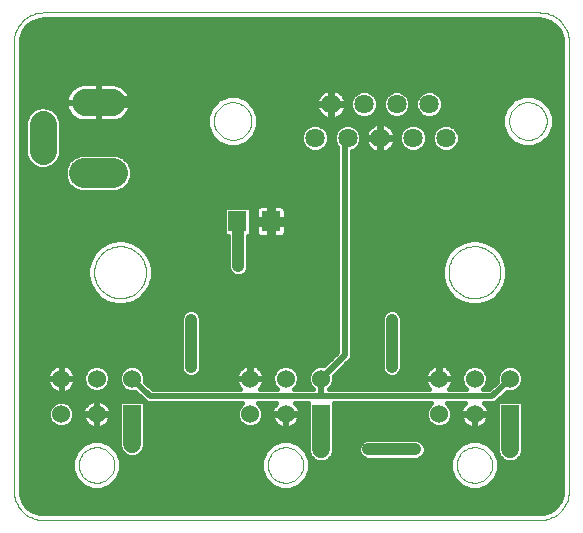
<source format=gbl>
G75*
G70*
%OFA0B0*%
%FSLAX24Y24*%
%IPPOS*%
%LPD*%
%AMOC8*
5,1,8,0,0,1.08239X$1,22.5*
%
%ADD10C,0.0000*%
%ADD11R,0.0602X0.0602*%
%ADD12C,0.0602*%
%ADD13C,0.0906*%
%ADD14C,0.0984*%
%ADD15C,0.0644*%
%ADD16R,0.0630X0.0710*%
%ADD17C,0.0591*%
%ADD18C,0.0297*%
%ADD19C,0.0394*%
%ADD20C,0.0197*%
%ADD21C,0.0160*%
D10*
X023010Y001186D02*
X023010Y016146D01*
X023012Y016208D01*
X023018Y016269D01*
X023027Y016330D01*
X023041Y016391D01*
X023058Y016450D01*
X023079Y016508D01*
X023104Y016565D01*
X023132Y016620D01*
X023163Y016673D01*
X023198Y016724D01*
X023236Y016773D01*
X023277Y016820D01*
X023320Y016863D01*
X023367Y016904D01*
X023416Y016942D01*
X023467Y016977D01*
X023520Y017008D01*
X023575Y017036D01*
X023632Y017061D01*
X023690Y017082D01*
X023749Y017099D01*
X023810Y017113D01*
X023871Y017122D01*
X023932Y017128D01*
X023994Y017130D01*
X023994Y017131D02*
X040529Y017131D01*
X040529Y017130D02*
X040591Y017128D01*
X040652Y017122D01*
X040713Y017113D01*
X040774Y017099D01*
X040833Y017082D01*
X040891Y017061D01*
X040948Y017036D01*
X041003Y017008D01*
X041056Y016977D01*
X041107Y016942D01*
X041156Y016904D01*
X041203Y016863D01*
X041246Y016820D01*
X041287Y016773D01*
X041325Y016724D01*
X041360Y016673D01*
X041391Y016620D01*
X041419Y016565D01*
X041444Y016508D01*
X041465Y016450D01*
X041482Y016391D01*
X041496Y016330D01*
X041505Y016269D01*
X041511Y016208D01*
X041513Y016146D01*
X041514Y016146D02*
X041514Y001186D01*
X041513Y001186D02*
X041511Y001124D01*
X041505Y001063D01*
X041496Y001002D01*
X041482Y000941D01*
X041465Y000882D01*
X041444Y000824D01*
X041419Y000767D01*
X041391Y000712D01*
X041360Y000659D01*
X041325Y000608D01*
X041287Y000559D01*
X041246Y000512D01*
X041203Y000469D01*
X041156Y000428D01*
X041107Y000390D01*
X041056Y000355D01*
X041003Y000324D01*
X040948Y000296D01*
X040891Y000271D01*
X040833Y000250D01*
X040774Y000233D01*
X040713Y000219D01*
X040652Y000210D01*
X040591Y000204D01*
X040529Y000202D01*
X023994Y000202D01*
X023932Y000204D01*
X023871Y000210D01*
X023810Y000219D01*
X023749Y000233D01*
X023690Y000250D01*
X023632Y000271D01*
X023575Y000296D01*
X023520Y000324D01*
X023467Y000355D01*
X023416Y000390D01*
X023367Y000428D01*
X023320Y000469D01*
X023277Y000512D01*
X023236Y000559D01*
X023198Y000608D01*
X023163Y000659D01*
X023132Y000712D01*
X023104Y000767D01*
X023079Y000824D01*
X023058Y000882D01*
X023041Y000941D01*
X023027Y001002D01*
X023018Y001063D01*
X023012Y001124D01*
X023010Y001186D01*
X025175Y002044D02*
X025177Y002092D01*
X025183Y002140D01*
X025193Y002187D01*
X025206Y002233D01*
X025224Y002278D01*
X025244Y002322D01*
X025269Y002364D01*
X025297Y002403D01*
X025327Y002440D01*
X025361Y002474D01*
X025398Y002506D01*
X025436Y002535D01*
X025477Y002560D01*
X025520Y002582D01*
X025565Y002600D01*
X025611Y002614D01*
X025658Y002625D01*
X025706Y002632D01*
X025754Y002635D01*
X025802Y002634D01*
X025850Y002629D01*
X025898Y002620D01*
X025944Y002608D01*
X025989Y002591D01*
X026033Y002571D01*
X026075Y002548D01*
X026115Y002521D01*
X026153Y002491D01*
X026188Y002458D01*
X026220Y002422D01*
X026250Y002384D01*
X026276Y002343D01*
X026298Y002300D01*
X026318Y002256D01*
X026333Y002211D01*
X026345Y002164D01*
X026353Y002116D01*
X026357Y002068D01*
X026357Y002020D01*
X026353Y001972D01*
X026345Y001924D01*
X026333Y001877D01*
X026318Y001832D01*
X026298Y001788D01*
X026276Y001745D01*
X026250Y001704D01*
X026220Y001666D01*
X026188Y001630D01*
X026153Y001597D01*
X026115Y001567D01*
X026075Y001540D01*
X026033Y001517D01*
X025989Y001497D01*
X025944Y001480D01*
X025898Y001468D01*
X025850Y001459D01*
X025802Y001454D01*
X025754Y001453D01*
X025706Y001456D01*
X025658Y001463D01*
X025611Y001474D01*
X025565Y001488D01*
X025520Y001506D01*
X025477Y001528D01*
X025436Y001553D01*
X025398Y001582D01*
X025361Y001614D01*
X025327Y001648D01*
X025297Y001685D01*
X025269Y001724D01*
X025244Y001766D01*
X025224Y001810D01*
X025206Y001855D01*
X025193Y001901D01*
X025183Y001948D01*
X025177Y001996D01*
X025175Y002044D01*
X031474Y002044D02*
X031476Y002092D01*
X031482Y002140D01*
X031492Y002187D01*
X031505Y002233D01*
X031523Y002278D01*
X031543Y002322D01*
X031568Y002364D01*
X031596Y002403D01*
X031626Y002440D01*
X031660Y002474D01*
X031697Y002506D01*
X031735Y002535D01*
X031776Y002560D01*
X031819Y002582D01*
X031864Y002600D01*
X031910Y002614D01*
X031957Y002625D01*
X032005Y002632D01*
X032053Y002635D01*
X032101Y002634D01*
X032149Y002629D01*
X032197Y002620D01*
X032243Y002608D01*
X032288Y002591D01*
X032332Y002571D01*
X032374Y002548D01*
X032414Y002521D01*
X032452Y002491D01*
X032487Y002458D01*
X032519Y002422D01*
X032549Y002384D01*
X032575Y002343D01*
X032597Y002300D01*
X032617Y002256D01*
X032632Y002211D01*
X032644Y002164D01*
X032652Y002116D01*
X032656Y002068D01*
X032656Y002020D01*
X032652Y001972D01*
X032644Y001924D01*
X032632Y001877D01*
X032617Y001832D01*
X032597Y001788D01*
X032575Y001745D01*
X032549Y001704D01*
X032519Y001666D01*
X032487Y001630D01*
X032452Y001597D01*
X032414Y001567D01*
X032374Y001540D01*
X032332Y001517D01*
X032288Y001497D01*
X032243Y001480D01*
X032197Y001468D01*
X032149Y001459D01*
X032101Y001454D01*
X032053Y001453D01*
X032005Y001456D01*
X031957Y001463D01*
X031910Y001474D01*
X031864Y001488D01*
X031819Y001506D01*
X031776Y001528D01*
X031735Y001553D01*
X031697Y001582D01*
X031660Y001614D01*
X031626Y001648D01*
X031596Y001685D01*
X031568Y001724D01*
X031543Y001766D01*
X031523Y001810D01*
X031505Y001855D01*
X031492Y001901D01*
X031482Y001948D01*
X031476Y001996D01*
X031474Y002044D01*
X037773Y002044D02*
X037775Y002092D01*
X037781Y002140D01*
X037791Y002187D01*
X037804Y002233D01*
X037822Y002278D01*
X037842Y002322D01*
X037867Y002364D01*
X037895Y002403D01*
X037925Y002440D01*
X037959Y002474D01*
X037996Y002506D01*
X038034Y002535D01*
X038075Y002560D01*
X038118Y002582D01*
X038163Y002600D01*
X038209Y002614D01*
X038256Y002625D01*
X038304Y002632D01*
X038352Y002635D01*
X038400Y002634D01*
X038448Y002629D01*
X038496Y002620D01*
X038542Y002608D01*
X038587Y002591D01*
X038631Y002571D01*
X038673Y002548D01*
X038713Y002521D01*
X038751Y002491D01*
X038786Y002458D01*
X038818Y002422D01*
X038848Y002384D01*
X038874Y002343D01*
X038896Y002300D01*
X038916Y002256D01*
X038931Y002211D01*
X038943Y002164D01*
X038951Y002116D01*
X038955Y002068D01*
X038955Y002020D01*
X038951Y001972D01*
X038943Y001924D01*
X038931Y001877D01*
X038916Y001832D01*
X038896Y001788D01*
X038874Y001745D01*
X038848Y001704D01*
X038818Y001666D01*
X038786Y001630D01*
X038751Y001597D01*
X038713Y001567D01*
X038673Y001540D01*
X038631Y001517D01*
X038587Y001497D01*
X038542Y001480D01*
X038496Y001468D01*
X038448Y001459D01*
X038400Y001454D01*
X038352Y001453D01*
X038304Y001456D01*
X038256Y001463D01*
X038209Y001474D01*
X038163Y001488D01*
X038118Y001506D01*
X038075Y001528D01*
X038034Y001553D01*
X037996Y001582D01*
X037959Y001614D01*
X037925Y001648D01*
X037895Y001685D01*
X037867Y001724D01*
X037842Y001766D01*
X037822Y001810D01*
X037804Y001855D01*
X037791Y001901D01*
X037781Y001948D01*
X037775Y001996D01*
X037773Y002044D01*
X037498Y008469D02*
X037500Y008527D01*
X037506Y008586D01*
X037516Y008643D01*
X037529Y008700D01*
X037547Y008756D01*
X037568Y008811D01*
X037593Y008863D01*
X037621Y008915D01*
X037653Y008964D01*
X037688Y009011D01*
X037726Y009055D01*
X037767Y009097D01*
X037811Y009136D01*
X037857Y009171D01*
X037906Y009204D01*
X037957Y009233D01*
X038009Y009259D01*
X038063Y009281D01*
X038119Y009300D01*
X038175Y009314D01*
X038233Y009325D01*
X038291Y009332D01*
X038349Y009335D01*
X038408Y009334D01*
X038466Y009329D01*
X038524Y009320D01*
X038581Y009307D01*
X038637Y009291D01*
X038692Y009270D01*
X038745Y009246D01*
X038797Y009219D01*
X038847Y009188D01*
X038894Y009154D01*
X038939Y009116D01*
X038982Y009076D01*
X039021Y009033D01*
X039058Y008987D01*
X039091Y008939D01*
X039121Y008889D01*
X039148Y008837D01*
X039171Y008783D01*
X039190Y008728D01*
X039206Y008672D01*
X039218Y008615D01*
X039226Y008557D01*
X039230Y008498D01*
X039230Y008440D01*
X039226Y008381D01*
X039218Y008323D01*
X039206Y008266D01*
X039190Y008210D01*
X039171Y008155D01*
X039148Y008101D01*
X039121Y008049D01*
X039091Y007999D01*
X039058Y007951D01*
X039021Y007905D01*
X038982Y007862D01*
X038939Y007822D01*
X038894Y007784D01*
X038847Y007750D01*
X038797Y007719D01*
X038745Y007692D01*
X038692Y007668D01*
X038637Y007647D01*
X038581Y007631D01*
X038524Y007618D01*
X038466Y007609D01*
X038408Y007604D01*
X038349Y007603D01*
X038291Y007606D01*
X038233Y007613D01*
X038175Y007624D01*
X038119Y007638D01*
X038063Y007657D01*
X038009Y007679D01*
X037957Y007705D01*
X037906Y007734D01*
X037857Y007767D01*
X037811Y007802D01*
X037767Y007841D01*
X037726Y007883D01*
X037688Y007927D01*
X037653Y007974D01*
X037621Y008023D01*
X037593Y008075D01*
X037568Y008127D01*
X037547Y008182D01*
X037529Y008238D01*
X037516Y008295D01*
X037506Y008352D01*
X037500Y008411D01*
X037498Y008469D01*
X039516Y013511D02*
X039518Y013561D01*
X039524Y013610D01*
X039534Y013659D01*
X039547Y013707D01*
X039565Y013753D01*
X039586Y013799D01*
X039611Y013842D01*
X039638Y013883D01*
X039670Y013922D01*
X039704Y013958D01*
X039741Y013991D01*
X039780Y014022D01*
X039822Y014049D01*
X039866Y014073D01*
X039911Y014093D01*
X039958Y014109D01*
X040006Y014122D01*
X040055Y014131D01*
X040105Y014136D01*
X040154Y014137D01*
X040204Y014134D01*
X040253Y014127D01*
X040302Y014116D01*
X040350Y014102D01*
X040396Y014083D01*
X040441Y014061D01*
X040483Y014036D01*
X040524Y014007D01*
X040562Y013975D01*
X040598Y013940D01*
X040630Y013903D01*
X040660Y013863D01*
X040686Y013820D01*
X040709Y013776D01*
X040728Y013730D01*
X040744Y013683D01*
X040756Y013635D01*
X040764Y013586D01*
X040768Y013536D01*
X040768Y013486D01*
X040764Y013436D01*
X040756Y013387D01*
X040744Y013339D01*
X040728Y013292D01*
X040709Y013246D01*
X040686Y013202D01*
X040660Y013159D01*
X040630Y013119D01*
X040598Y013082D01*
X040562Y013047D01*
X040524Y013015D01*
X040483Y012986D01*
X040441Y012961D01*
X040396Y012939D01*
X040350Y012920D01*
X040302Y012906D01*
X040253Y012895D01*
X040204Y012888D01*
X040154Y012885D01*
X040105Y012886D01*
X040055Y012891D01*
X040006Y012900D01*
X039958Y012913D01*
X039911Y012929D01*
X039866Y012949D01*
X039822Y012973D01*
X039780Y013000D01*
X039741Y013031D01*
X039704Y013064D01*
X039670Y013100D01*
X039638Y013139D01*
X039611Y013180D01*
X039586Y013223D01*
X039565Y013269D01*
X039547Y013315D01*
X039534Y013363D01*
X039524Y013412D01*
X039518Y013461D01*
X039516Y013511D01*
X029677Y013511D02*
X029679Y013561D01*
X029685Y013610D01*
X029695Y013659D01*
X029708Y013707D01*
X029726Y013753D01*
X029747Y013799D01*
X029772Y013842D01*
X029799Y013883D01*
X029831Y013922D01*
X029865Y013958D01*
X029902Y013991D01*
X029941Y014022D01*
X029983Y014049D01*
X030027Y014073D01*
X030072Y014093D01*
X030119Y014109D01*
X030167Y014122D01*
X030216Y014131D01*
X030266Y014136D01*
X030315Y014137D01*
X030365Y014134D01*
X030414Y014127D01*
X030463Y014116D01*
X030511Y014102D01*
X030557Y014083D01*
X030602Y014061D01*
X030644Y014036D01*
X030685Y014007D01*
X030723Y013975D01*
X030759Y013940D01*
X030791Y013903D01*
X030821Y013863D01*
X030847Y013820D01*
X030870Y013776D01*
X030889Y013730D01*
X030905Y013683D01*
X030917Y013635D01*
X030925Y013586D01*
X030929Y013536D01*
X030929Y013486D01*
X030925Y013436D01*
X030917Y013387D01*
X030905Y013339D01*
X030889Y013292D01*
X030870Y013246D01*
X030847Y013202D01*
X030821Y013159D01*
X030791Y013119D01*
X030759Y013082D01*
X030723Y013047D01*
X030685Y013015D01*
X030644Y012986D01*
X030602Y012961D01*
X030557Y012939D01*
X030511Y012920D01*
X030463Y012906D01*
X030414Y012895D01*
X030365Y012888D01*
X030315Y012885D01*
X030266Y012886D01*
X030216Y012891D01*
X030167Y012900D01*
X030119Y012913D01*
X030072Y012929D01*
X030027Y012949D01*
X029983Y012973D01*
X029941Y013000D01*
X029902Y013031D01*
X029865Y013064D01*
X029831Y013100D01*
X029799Y013139D01*
X029772Y013180D01*
X029747Y013223D01*
X029726Y013269D01*
X029708Y013315D01*
X029695Y013363D01*
X029685Y013412D01*
X029679Y013461D01*
X029677Y013511D01*
X026413Y013896D02*
X025232Y013896D01*
X025232Y014369D01*
X026413Y014369D01*
X026413Y013896D01*
X024209Y013542D02*
X023736Y013542D01*
X023736Y012361D01*
X024209Y012361D01*
X024209Y013542D01*
X025075Y012007D02*
X025075Y011534D01*
X026531Y011534D01*
X026531Y012007D01*
X025075Y012007D01*
X025687Y008469D02*
X025689Y008527D01*
X025695Y008586D01*
X025705Y008643D01*
X025718Y008700D01*
X025736Y008756D01*
X025757Y008811D01*
X025782Y008863D01*
X025810Y008915D01*
X025842Y008964D01*
X025877Y009011D01*
X025915Y009055D01*
X025956Y009097D01*
X026000Y009136D01*
X026046Y009171D01*
X026095Y009204D01*
X026146Y009233D01*
X026198Y009259D01*
X026252Y009281D01*
X026308Y009300D01*
X026364Y009314D01*
X026422Y009325D01*
X026480Y009332D01*
X026538Y009335D01*
X026597Y009334D01*
X026655Y009329D01*
X026713Y009320D01*
X026770Y009307D01*
X026826Y009291D01*
X026881Y009270D01*
X026934Y009246D01*
X026986Y009219D01*
X027036Y009188D01*
X027083Y009154D01*
X027128Y009116D01*
X027171Y009076D01*
X027210Y009033D01*
X027247Y008987D01*
X027280Y008939D01*
X027310Y008889D01*
X027337Y008837D01*
X027360Y008783D01*
X027379Y008728D01*
X027395Y008672D01*
X027407Y008615D01*
X027415Y008557D01*
X027419Y008498D01*
X027419Y008440D01*
X027415Y008381D01*
X027407Y008323D01*
X027395Y008266D01*
X027379Y008210D01*
X027360Y008155D01*
X027337Y008101D01*
X027310Y008049D01*
X027280Y007999D01*
X027247Y007951D01*
X027210Y007905D01*
X027171Y007862D01*
X027128Y007822D01*
X027083Y007784D01*
X027036Y007750D01*
X026986Y007719D01*
X026934Y007692D01*
X026881Y007668D01*
X026826Y007647D01*
X026770Y007631D01*
X026713Y007618D01*
X026655Y007609D01*
X026597Y007604D01*
X026538Y007603D01*
X026480Y007606D01*
X026422Y007613D01*
X026364Y007624D01*
X026308Y007638D01*
X026252Y007657D01*
X026198Y007679D01*
X026146Y007705D01*
X026095Y007734D01*
X026046Y007767D01*
X026000Y007802D01*
X025956Y007841D01*
X025915Y007883D01*
X025877Y007927D01*
X025842Y007974D01*
X025810Y008023D01*
X025782Y008075D01*
X025757Y008127D01*
X025736Y008182D01*
X025718Y008238D01*
X025705Y008295D01*
X025695Y008352D01*
X025689Y008411D01*
X025687Y008469D01*
D11*
X026947Y003745D03*
X033246Y003745D03*
X039545Y003745D03*
D12*
X038364Y003745D03*
X037183Y003745D03*
X037183Y004926D03*
X038364Y004926D03*
X039545Y004926D03*
X033246Y004926D03*
X032065Y004926D03*
X030884Y004926D03*
X030884Y003745D03*
X032065Y003745D03*
X026947Y004926D03*
X025766Y004926D03*
X024585Y004926D03*
X024585Y003745D03*
X025766Y003745D03*
D13*
X023972Y012499D02*
X023972Y013404D01*
X025370Y014133D02*
X026276Y014133D01*
D14*
X026315Y011770D02*
X025331Y011770D01*
D15*
X033041Y012952D03*
X034132Y012952D03*
X035222Y012952D03*
X036313Y012952D03*
X037403Y012952D03*
X036858Y014070D03*
X035768Y014070D03*
X034677Y014070D03*
X033587Y014070D03*
D16*
X031577Y010166D03*
X030458Y010166D03*
D17*
X033246Y003745D02*
X033246Y002564D01*
X039545Y002564D02*
X039545Y003745D01*
X026947Y003745D02*
X026947Y002761D01*
D18*
X028915Y005320D03*
X028915Y006894D03*
X030490Y008666D03*
X035608Y006894D03*
X035608Y005320D03*
X034821Y002564D03*
X036396Y002564D03*
D19*
X034821Y002564D01*
X035608Y005320D02*
X035608Y006894D01*
X030490Y008666D02*
X030490Y010134D01*
X030458Y010166D01*
X028915Y006894D02*
X028915Y005320D01*
X027340Y013981D02*
X027340Y014133D01*
X025823Y014133D01*
D20*
X034033Y012853D02*
X034033Y005713D01*
X033246Y004926D01*
X033246Y004335D01*
X038955Y004335D01*
X039545Y004926D01*
X033246Y004335D02*
X027537Y004335D01*
X026947Y004926D01*
X034033Y012853D02*
X034132Y012952D01*
D21*
X033795Y012635D02*
X033740Y012690D01*
X033670Y012860D01*
X033670Y013043D01*
X033740Y013213D01*
X033870Y013343D01*
X034040Y013413D01*
X034224Y013413D01*
X034393Y013343D01*
X034523Y013213D01*
X034594Y013043D01*
X034594Y012860D01*
X034523Y012690D01*
X034393Y012560D01*
X034272Y012510D01*
X034272Y005812D01*
X034272Y005615D01*
X033682Y005025D01*
X033687Y005014D01*
X033687Y004838D01*
X033620Y004676D01*
X033518Y004574D01*
X036855Y004574D01*
X036816Y004613D01*
X036771Y004674D01*
X036737Y004741D01*
X036714Y004813D01*
X036702Y004888D01*
X036702Y004906D01*
X037162Y004906D01*
X037162Y004946D01*
X036702Y004946D01*
X036702Y004964D01*
X036714Y005039D01*
X036737Y005111D01*
X036771Y005178D01*
X036816Y005239D01*
X036870Y005293D01*
X036931Y005337D01*
X036998Y005372D01*
X037070Y005395D01*
X037145Y005407D01*
X037163Y005407D01*
X037163Y004947D01*
X037203Y004947D01*
X037203Y005407D01*
X037221Y005407D01*
X037296Y005395D01*
X037368Y005372D01*
X037435Y005337D01*
X037496Y005293D01*
X037550Y005239D01*
X037594Y005178D01*
X037629Y005111D01*
X037652Y005039D01*
X037664Y004964D01*
X037664Y004946D01*
X037204Y004946D01*
X037204Y004906D01*
X037664Y004906D01*
X037664Y004888D01*
X037652Y004813D01*
X037629Y004741D01*
X037594Y004674D01*
X037550Y004613D01*
X037511Y004574D01*
X038092Y004574D01*
X037990Y004676D01*
X037923Y004838D01*
X037923Y005014D01*
X037990Y005176D01*
X038114Y005300D01*
X038276Y005367D01*
X038452Y005367D01*
X038614Y005300D01*
X038738Y005176D01*
X038805Y005014D01*
X038805Y004838D01*
X038738Y004676D01*
X038636Y004574D01*
X038856Y004574D01*
X039109Y004827D01*
X039104Y004838D01*
X039104Y005014D01*
X039171Y005176D01*
X039295Y005300D01*
X039457Y005367D01*
X039633Y005367D01*
X039795Y005300D01*
X039919Y005176D01*
X039986Y005014D01*
X039986Y004838D01*
X039919Y004676D01*
X039795Y004552D01*
X039633Y004485D01*
X039457Y004485D01*
X039446Y004490D01*
X039053Y004097D01*
X038856Y004097D01*
X038692Y004097D01*
X038731Y004058D01*
X038776Y003997D01*
X038810Y003930D01*
X038833Y003858D01*
X038845Y003783D01*
X038845Y003765D01*
X038385Y003765D01*
X038385Y003724D01*
X038845Y003724D01*
X038845Y003707D01*
X038833Y003632D01*
X038810Y003560D01*
X038776Y003493D01*
X038731Y003431D01*
X038678Y003378D01*
X038616Y003333D01*
X038549Y003299D01*
X038477Y003276D01*
X038402Y003264D01*
X038384Y003264D01*
X038384Y003724D01*
X038344Y003724D01*
X038344Y003264D01*
X038326Y003264D01*
X038251Y003276D01*
X038179Y003299D01*
X038112Y003333D01*
X038051Y003378D01*
X037997Y003431D01*
X037953Y003493D01*
X037918Y003560D01*
X037895Y003632D01*
X037883Y003707D01*
X037883Y003724D01*
X038343Y003724D01*
X038343Y003765D01*
X037883Y003765D01*
X037883Y003783D01*
X037895Y003858D01*
X037918Y003930D01*
X037953Y003997D01*
X037997Y004058D01*
X038036Y004097D01*
X037455Y004097D01*
X037557Y003995D01*
X037624Y003833D01*
X037624Y003657D01*
X037557Y003495D01*
X037433Y003371D01*
X037271Y003304D01*
X037095Y003304D01*
X036933Y003371D01*
X036809Y003495D01*
X036742Y003657D01*
X036742Y003833D01*
X036809Y003995D01*
X036911Y004097D01*
X033687Y004097D01*
X033687Y003386D01*
X033681Y003380D01*
X033681Y002477D01*
X033615Y002317D01*
X033493Y002195D01*
X033333Y002129D01*
X033159Y002129D01*
X032999Y002195D01*
X032877Y002317D01*
X032811Y002477D01*
X032811Y003380D01*
X032805Y003386D01*
X032805Y004097D01*
X032393Y004097D01*
X032432Y004058D01*
X032476Y003997D01*
X032511Y003930D01*
X032534Y003858D01*
X032546Y003783D01*
X032546Y003765D01*
X032086Y003765D01*
X032086Y003724D01*
X032546Y003724D01*
X032546Y003707D01*
X032534Y003632D01*
X032511Y003560D01*
X032476Y003493D01*
X032432Y003431D01*
X032378Y003378D01*
X032317Y003333D01*
X032250Y003299D01*
X032178Y003276D01*
X032103Y003264D01*
X032085Y003264D01*
X032085Y003724D01*
X032044Y003724D01*
X032044Y003264D01*
X032027Y003264D01*
X031952Y003276D01*
X031880Y003299D01*
X031813Y003333D01*
X031751Y003378D01*
X031698Y003431D01*
X031653Y003493D01*
X031619Y003560D01*
X031596Y003632D01*
X031584Y003707D01*
X031584Y003724D01*
X032044Y003724D01*
X032044Y003765D01*
X031584Y003765D01*
X031584Y003783D01*
X031596Y003858D01*
X031619Y003930D01*
X031653Y003997D01*
X031698Y004058D01*
X031737Y004097D01*
X031155Y004097D01*
X031258Y003995D01*
X031325Y003833D01*
X031325Y003657D01*
X031258Y003495D01*
X031134Y003371D01*
X030972Y003304D01*
X030796Y003304D01*
X030634Y003371D01*
X030510Y003495D01*
X030443Y003657D01*
X030443Y003833D01*
X030510Y003995D01*
X030612Y004097D01*
X027439Y004097D01*
X027299Y004237D01*
X027046Y004490D01*
X027035Y004485D01*
X026859Y004485D01*
X026697Y004552D01*
X026573Y004676D01*
X026506Y004838D01*
X026506Y005014D01*
X026573Y005176D01*
X026697Y005300D01*
X026859Y005367D01*
X027035Y005367D01*
X027197Y005300D01*
X027321Y005176D01*
X027388Y005014D01*
X027388Y004838D01*
X027383Y004827D01*
X027636Y004574D01*
X030555Y004574D01*
X030517Y004613D01*
X030472Y004674D01*
X030438Y004741D01*
X030414Y004813D01*
X030403Y004888D01*
X030403Y004906D01*
X030863Y004906D01*
X030863Y004946D01*
X030403Y004946D01*
X030403Y004964D01*
X030414Y005039D01*
X030438Y005111D01*
X030472Y005178D01*
X030517Y005239D01*
X030570Y005293D01*
X030632Y005337D01*
X030699Y005372D01*
X030771Y005395D01*
X030846Y005407D01*
X030863Y005407D01*
X030863Y004947D01*
X030904Y004947D01*
X030904Y005407D01*
X030922Y005407D01*
X030996Y005395D01*
X031068Y005372D01*
X031136Y005337D01*
X031197Y005293D01*
X031251Y005239D01*
X031295Y005178D01*
X031330Y005111D01*
X031353Y005039D01*
X031365Y004964D01*
X031365Y004946D01*
X030904Y004946D01*
X030904Y004906D01*
X031365Y004906D01*
X031365Y004888D01*
X031353Y004813D01*
X031330Y004741D01*
X031295Y004674D01*
X031251Y004613D01*
X031212Y004574D01*
X031793Y004574D01*
X031691Y004676D01*
X031624Y004838D01*
X031624Y005014D01*
X031691Y005176D01*
X031815Y005300D01*
X031977Y005367D01*
X032153Y005367D01*
X032315Y005300D01*
X032439Y005176D01*
X032506Y005014D01*
X032506Y004838D01*
X032439Y004676D01*
X032337Y004574D01*
X032974Y004574D01*
X032872Y004676D01*
X032805Y004838D01*
X032805Y005014D01*
X032872Y005176D01*
X032996Y005300D01*
X033158Y005367D01*
X033334Y005367D01*
X033345Y005362D01*
X033795Y005812D01*
X033795Y012635D01*
X033795Y012568D02*
X033311Y012568D01*
X033303Y012560D02*
X033433Y012690D01*
X033503Y012860D01*
X033503Y013043D01*
X033433Y013213D01*
X033303Y013343D01*
X033133Y013413D01*
X032949Y013413D01*
X032780Y013343D01*
X032650Y013213D01*
X032579Y013043D01*
X032579Y012860D01*
X032650Y012690D01*
X032780Y012560D01*
X032949Y012490D01*
X033133Y012490D01*
X033303Y012560D01*
X033448Y012726D02*
X033725Y012726D01*
X033670Y012885D02*
X033503Y012885D01*
X033503Y013044D02*
X033670Y013044D01*
X033736Y013202D02*
X033437Y013202D01*
X033260Y013361D02*
X033913Y013361D01*
X033779Y013605D02*
X033850Y013640D01*
X033913Y013687D01*
X033969Y013743D01*
X034016Y013807D01*
X034052Y013877D01*
X034076Y013952D01*
X034088Y014030D01*
X034088Y014042D01*
X033614Y014042D01*
X033614Y013568D01*
X033626Y013568D01*
X033704Y013580D01*
X033779Y013605D01*
X033901Y013678D02*
X034416Y013678D01*
X034415Y013678D02*
X034585Y013608D01*
X034769Y013608D01*
X034939Y013678D01*
X035069Y013808D01*
X035139Y013978D01*
X035139Y014162D01*
X035069Y014331D01*
X034939Y014461D01*
X034769Y014531D01*
X034585Y014531D01*
X034415Y014461D01*
X034286Y014331D01*
X034215Y014162D01*
X034215Y013978D01*
X034286Y013808D01*
X034415Y013678D01*
X034274Y013836D02*
X034031Y013836D01*
X034083Y013995D02*
X034215Y013995D01*
X034215Y014153D02*
X034081Y014153D01*
X034076Y014187D02*
X034052Y014262D01*
X034016Y014333D01*
X033969Y014397D01*
X033913Y014452D01*
X033850Y014499D01*
X033779Y014535D01*
X033704Y014559D01*
X033626Y014571D01*
X033614Y014571D01*
X033614Y014097D01*
X034088Y014097D01*
X034088Y014109D01*
X034076Y014187D01*
X034026Y014312D02*
X034278Y014312D01*
X034438Y014470D02*
X033889Y014470D01*
X033614Y014470D02*
X033559Y014470D01*
X033559Y014571D02*
X033547Y014571D01*
X033469Y014559D01*
X033394Y014535D01*
X033324Y014499D01*
X033260Y014452D01*
X033204Y014397D01*
X033157Y014333D01*
X033121Y014262D01*
X033097Y014187D01*
X033085Y014109D01*
X033085Y014097D01*
X033559Y014097D01*
X033559Y014042D01*
X033614Y014042D01*
X033614Y014097D01*
X033559Y014097D01*
X033559Y014571D01*
X033559Y014312D02*
X033614Y014312D01*
X033614Y014153D02*
X033559Y014153D01*
X033559Y014042D02*
X033085Y014042D01*
X033085Y014030D01*
X033097Y013952D01*
X033121Y013877D01*
X033157Y013807D01*
X033204Y013743D01*
X033260Y013687D01*
X033324Y013640D01*
X033394Y013605D01*
X033469Y013580D01*
X033547Y013568D01*
X033559Y013568D01*
X033559Y014042D01*
X033559Y013995D02*
X033614Y013995D01*
X033614Y013836D02*
X033559Y013836D01*
X033559Y013678D02*
X033614Y013678D01*
X033272Y013678D02*
X031159Y013678D01*
X031159Y013681D02*
X031029Y013995D01*
X033090Y013995D01*
X033092Y014153D02*
X030871Y014153D01*
X030788Y014236D02*
X031029Y013995D01*
X031095Y013836D02*
X033142Y013836D01*
X032822Y013361D02*
X031159Y013361D01*
X031159Y013340D02*
X031029Y013026D01*
X030788Y012785D01*
X030473Y012655D01*
X030133Y012655D01*
X029818Y012785D01*
X029577Y013026D01*
X029447Y013340D01*
X029447Y013681D01*
X029577Y013995D01*
X026894Y013995D01*
X026893Y013984D02*
X026908Y014083D01*
X026908Y014112D01*
X026643Y014112D01*
X026643Y014153D01*
X026908Y014153D01*
X026908Y014182D01*
X026893Y014281D01*
X026862Y014376D01*
X026817Y014464D01*
X026758Y014545D01*
X026688Y014615D01*
X026607Y014674D01*
X026518Y014719D01*
X026424Y014750D01*
X026325Y014765D01*
X025843Y014765D01*
X025843Y014599D01*
X025802Y014599D01*
X025802Y014765D01*
X025320Y014765D01*
X025222Y014750D01*
X025127Y014719D01*
X025038Y014674D01*
X024958Y014615D01*
X024887Y014545D01*
X024829Y014464D01*
X024784Y014376D01*
X024753Y014281D01*
X024737Y014182D01*
X024737Y014153D01*
X025002Y014153D01*
X025002Y014112D01*
X024737Y014112D01*
X024737Y014083D01*
X024753Y013984D01*
X024784Y013890D01*
X024829Y013801D01*
X024887Y013720D01*
X024958Y013650D01*
X025038Y013591D01*
X025127Y013546D01*
X025222Y013516D01*
X025320Y013500D01*
X025802Y013500D01*
X025802Y013666D01*
X025843Y013666D01*
X025843Y013500D01*
X026325Y013500D01*
X026424Y013516D01*
X026518Y013546D01*
X026607Y013591D01*
X026688Y013650D01*
X026758Y013720D01*
X026817Y013801D01*
X026862Y013890D01*
X026893Y013984D01*
X026835Y013836D02*
X029511Y013836D01*
X029447Y013678D02*
X026715Y013678D01*
X026435Y013519D02*
X029447Y013519D01*
X029447Y013361D02*
X024565Y013361D01*
X024565Y013519D02*
X025210Y013519D01*
X024930Y013678D02*
X024501Y013678D01*
X024475Y013740D02*
X024308Y013907D01*
X024090Y013997D01*
X023854Y013997D01*
X023637Y013907D01*
X023470Y013740D01*
X023380Y013522D01*
X023380Y012381D01*
X023470Y012163D01*
X023637Y011996D01*
X023854Y011906D01*
X024090Y011906D01*
X024308Y011996D01*
X024475Y012163D01*
X024565Y012381D01*
X024565Y013522D01*
X024475Y013740D01*
X024379Y013836D02*
X024811Y013836D01*
X024751Y013995D02*
X024096Y013995D01*
X023849Y013995D02*
X023240Y013995D01*
X023240Y014153D02*
X024737Y014153D01*
X024763Y014312D02*
X023240Y014312D01*
X023240Y014470D02*
X024833Y014470D01*
X024977Y014629D02*
X023240Y014629D01*
X023240Y014788D02*
X041284Y014788D01*
X041284Y014946D02*
X023240Y014946D01*
X023240Y015105D02*
X041284Y015105D01*
X041284Y015263D02*
X023240Y015263D01*
X023240Y015422D02*
X041284Y015422D01*
X041284Y015580D02*
X023240Y015580D01*
X023240Y015739D02*
X041284Y015739D01*
X041284Y015897D02*
X023240Y015897D01*
X023240Y016056D02*
X041284Y016056D01*
X041284Y016051D02*
X041284Y001186D01*
X041274Y001068D01*
X041201Y000843D01*
X041063Y000652D01*
X040872Y000514D01*
X040647Y000441D01*
X040529Y000432D01*
X040462Y000432D01*
X040434Y000432D01*
X023994Y000432D01*
X023876Y000441D01*
X023652Y000514D01*
X023461Y000652D01*
X023322Y000843D01*
X023249Y001068D01*
X023240Y001186D01*
X023240Y001226D01*
X023240Y001281D01*
X023240Y016146D01*
X023249Y016264D01*
X023322Y016489D01*
X023461Y016680D01*
X023652Y016819D01*
X023876Y016891D01*
X023994Y016901D01*
X040529Y016901D01*
X040647Y016891D01*
X040872Y016819D01*
X041063Y016680D01*
X041201Y016489D01*
X041274Y016264D01*
X041284Y016146D01*
X041284Y016070D01*
X041284Y016051D01*
X041278Y016214D02*
X023245Y016214D01*
X023284Y016373D02*
X041239Y016373D01*
X041170Y016532D02*
X023353Y016532D01*
X023475Y016690D02*
X041049Y016690D01*
X040779Y016849D02*
X023744Y016849D01*
X025802Y014629D02*
X025843Y014629D01*
X026669Y014629D02*
X041284Y014629D01*
X041284Y014470D02*
X037097Y014470D01*
X037120Y014461D02*
X036950Y014531D01*
X036766Y014531D01*
X036597Y014461D01*
X036467Y014331D01*
X036396Y014162D01*
X036396Y013978D01*
X036467Y013808D01*
X036597Y013678D01*
X036766Y013608D01*
X036950Y013608D01*
X037120Y013678D01*
X037250Y013808D01*
X037320Y013978D01*
X037320Y014162D01*
X037250Y014331D01*
X037120Y014461D01*
X037258Y014312D02*
X039839Y014312D01*
X039971Y014367D02*
X039657Y014236D01*
X039416Y013995D01*
X037320Y013995D01*
X037320Y014153D02*
X039574Y014153D01*
X039416Y013995D02*
X039286Y013681D01*
X039286Y013340D01*
X039416Y013026D01*
X039657Y012785D01*
X039971Y012655D01*
X040312Y012655D01*
X040626Y012785D01*
X040867Y013026D01*
X040998Y013340D01*
X040998Y013681D01*
X040867Y013995D01*
X040626Y014236D01*
X040312Y014367D01*
X039971Y014367D01*
X040444Y014312D02*
X041284Y014312D01*
X041284Y014153D02*
X040709Y014153D01*
X040868Y013995D02*
X041284Y013995D01*
X041284Y013836D02*
X040933Y013836D01*
X040998Y013678D02*
X041284Y013678D01*
X041284Y013519D02*
X040998Y013519D01*
X040998Y013361D02*
X041284Y013361D01*
X041284Y013202D02*
X040940Y013202D01*
X040875Y013044D02*
X041284Y013044D01*
X041284Y012885D02*
X040727Y012885D01*
X040485Y012726D02*
X041284Y012726D01*
X041284Y012568D02*
X037673Y012568D01*
X037665Y012560D02*
X037795Y012690D01*
X037865Y012860D01*
X037865Y013043D01*
X037795Y013213D01*
X037665Y013343D01*
X037495Y013413D01*
X037312Y013413D01*
X037142Y013343D01*
X037012Y013213D01*
X036942Y013043D01*
X036942Y012860D01*
X037012Y012690D01*
X037142Y012560D01*
X037312Y012490D01*
X037495Y012490D01*
X037665Y012560D01*
X037810Y012726D02*
X039798Y012726D01*
X039557Y012885D02*
X037865Y012885D01*
X037865Y013044D02*
X039409Y013044D01*
X039343Y013202D02*
X037800Y013202D01*
X037623Y013361D02*
X039286Y013361D01*
X039286Y013519D02*
X031159Y013519D01*
X031159Y013681D02*
X031159Y013340D01*
X031102Y013202D02*
X032645Y013202D01*
X032579Y013044D02*
X031036Y013044D01*
X030888Y012885D02*
X032579Y012885D01*
X032635Y012726D02*
X030647Y012726D01*
X029959Y012726D02*
X024565Y012726D01*
X024565Y012568D02*
X032772Y012568D01*
X033795Y012409D02*
X024565Y012409D01*
X024511Y012251D02*
X024917Y012251D01*
X024973Y012306D02*
X024795Y012129D01*
X024699Y011896D01*
X024699Y011645D01*
X024795Y011412D01*
X024973Y011235D01*
X025205Y011138D01*
X026441Y011138D01*
X026673Y011235D01*
X026851Y011412D01*
X026947Y011645D01*
X026947Y011896D01*
X026851Y012129D01*
X026673Y012306D01*
X026441Y012403D01*
X025205Y012403D01*
X024973Y012306D01*
X024780Y012092D02*
X024404Y012092D01*
X024157Y011934D02*
X024714Y011934D01*
X024699Y011775D02*
X023240Y011775D01*
X023240Y011617D02*
X024710Y011617D01*
X024776Y011458D02*
X023240Y011458D01*
X023240Y011300D02*
X024908Y011300D01*
X025198Y011141D02*
X023240Y011141D01*
X023240Y010983D02*
X033795Y010983D01*
X033795Y011141D02*
X026447Y011141D01*
X026738Y011300D02*
X033795Y011300D01*
X033795Y011458D02*
X026870Y011458D01*
X026935Y011617D02*
X033795Y011617D01*
X033795Y011775D02*
X026947Y011775D01*
X026931Y011934D02*
X033795Y011934D01*
X033795Y012092D02*
X026866Y012092D01*
X026728Y012251D02*
X033795Y012251D01*
X034272Y012251D02*
X041284Y012251D01*
X041284Y012409D02*
X034272Y012409D01*
X034401Y012568D02*
X034897Y012568D01*
X034895Y012569D02*
X034959Y012522D01*
X035030Y012486D01*
X035105Y012462D01*
X035183Y012450D01*
X035195Y012450D01*
X035195Y012924D01*
X035250Y012924D01*
X035250Y012979D01*
X035724Y012979D01*
X035724Y012991D01*
X035712Y013069D01*
X035687Y013144D01*
X035652Y013215D01*
X035605Y013278D01*
X035549Y013334D01*
X035485Y013381D01*
X035415Y013417D01*
X035340Y013441D01*
X035262Y013453D01*
X035250Y013453D01*
X035250Y012979D01*
X035195Y012979D01*
X035195Y013453D01*
X035183Y013453D01*
X035105Y013441D01*
X035030Y013417D01*
X034959Y013381D01*
X034895Y013334D01*
X034840Y013278D01*
X034793Y013215D01*
X034757Y013144D01*
X034733Y013069D01*
X034721Y012991D01*
X034721Y012979D01*
X035195Y012979D01*
X035195Y012924D01*
X034721Y012924D01*
X034721Y012912D01*
X034733Y012834D01*
X034757Y012759D01*
X034793Y012689D01*
X034840Y012625D01*
X034895Y012569D01*
X034774Y012726D02*
X034538Y012726D01*
X034594Y012885D02*
X034725Y012885D01*
X034729Y013044D02*
X034594Y013044D01*
X034528Y013202D02*
X034787Y013202D01*
X034932Y013361D02*
X034351Y013361D01*
X034938Y013678D02*
X035507Y013678D01*
X035506Y013678D02*
X035676Y013608D01*
X035859Y013608D01*
X036029Y013678D01*
X036159Y013808D01*
X036229Y013978D01*
X036229Y014162D01*
X036159Y014331D01*
X036029Y014461D01*
X035859Y014531D01*
X035676Y014531D01*
X035506Y014461D01*
X035376Y014331D01*
X035306Y014162D01*
X035306Y013978D01*
X035376Y013808D01*
X035506Y013678D01*
X035364Y013836D02*
X035080Y013836D01*
X035139Y013995D02*
X035306Y013995D01*
X035306Y014153D02*
X035139Y014153D01*
X035077Y014312D02*
X035368Y014312D01*
X035528Y014470D02*
X034916Y014470D01*
X036007Y014470D02*
X036619Y014470D01*
X036459Y014312D02*
X036167Y014312D01*
X036229Y014153D02*
X036396Y014153D01*
X036396Y013995D02*
X036229Y013995D01*
X036171Y013836D02*
X036455Y013836D01*
X036597Y013678D02*
X036028Y013678D01*
X036094Y013361D02*
X035513Y013361D01*
X035658Y013202D02*
X035917Y013202D01*
X035921Y013213D02*
X035851Y013043D01*
X035851Y012860D01*
X035921Y012690D01*
X036051Y012560D01*
X036221Y012490D01*
X036405Y012490D01*
X036575Y012560D01*
X036704Y012690D01*
X036775Y012860D01*
X036775Y013043D01*
X036704Y013213D01*
X036575Y013343D01*
X036405Y013413D01*
X036221Y013413D01*
X036051Y013343D01*
X035921Y013213D01*
X035851Y013044D02*
X035716Y013044D01*
X035724Y012924D02*
X035250Y012924D01*
X035250Y012450D01*
X035262Y012450D01*
X035340Y012462D01*
X035415Y012486D01*
X035485Y012522D01*
X035549Y012569D01*
X035605Y012625D01*
X035652Y012689D01*
X035687Y012759D01*
X035712Y012834D01*
X035724Y012912D01*
X035724Y012924D01*
X035720Y012885D02*
X035851Y012885D01*
X035906Y012726D02*
X035671Y012726D01*
X035548Y012568D02*
X036043Y012568D01*
X036582Y012568D02*
X037134Y012568D01*
X036997Y012726D02*
X036720Y012726D01*
X036775Y012885D02*
X036942Y012885D01*
X036942Y013044D02*
X036775Y013044D01*
X036709Y013202D02*
X037007Y013202D01*
X037184Y013361D02*
X036532Y013361D01*
X037119Y013678D02*
X039286Y013678D01*
X039350Y013836D02*
X037261Y013836D01*
X035250Y013361D02*
X035195Y013361D01*
X035195Y013202D02*
X035250Y013202D01*
X035250Y013044D02*
X035195Y013044D01*
X035195Y012885D02*
X035250Y012885D01*
X035250Y012726D02*
X035195Y012726D01*
X035195Y012568D02*
X035250Y012568D01*
X034272Y012092D02*
X041284Y012092D01*
X041284Y011934D02*
X034272Y011934D01*
X034272Y011775D02*
X041284Y011775D01*
X041284Y011617D02*
X034272Y011617D01*
X034272Y011458D02*
X041284Y011458D01*
X041284Y011300D02*
X034272Y011300D01*
X034272Y011141D02*
X041284Y011141D01*
X041284Y010983D02*
X034272Y010983D01*
X034272Y010824D02*
X041284Y010824D01*
X041284Y010665D02*
X034272Y010665D01*
X034272Y010507D02*
X041284Y010507D01*
X041284Y010348D02*
X034272Y010348D01*
X034272Y010190D02*
X041284Y010190D01*
X041284Y010031D02*
X034272Y010031D01*
X034272Y009873D02*
X041284Y009873D01*
X041284Y009714D02*
X034272Y009714D01*
X034272Y009556D02*
X038183Y009556D01*
X038220Y009565D02*
X037941Y009491D01*
X037691Y009346D01*
X037487Y009142D01*
X037343Y008892D01*
X037268Y008614D01*
X037268Y008325D01*
X037343Y008046D01*
X037487Y007796D01*
X037691Y007592D01*
X037941Y007448D01*
X038220Y007373D01*
X038508Y007373D01*
X038787Y007448D01*
X039037Y007592D01*
X039241Y007796D01*
X039386Y008046D01*
X039460Y008325D01*
X039460Y008614D01*
X039386Y008892D01*
X039241Y009142D01*
X039037Y009346D01*
X038787Y009491D01*
X038508Y009565D01*
X038220Y009565D01*
X038545Y009556D02*
X041284Y009556D01*
X041284Y009397D02*
X038949Y009397D01*
X039145Y009239D02*
X041284Y009239D01*
X041284Y009080D02*
X039277Y009080D01*
X039369Y008921D02*
X041284Y008921D01*
X041284Y008763D02*
X039420Y008763D01*
X039460Y008604D02*
X041284Y008604D01*
X041284Y008446D02*
X039460Y008446D01*
X039450Y008287D02*
X041284Y008287D01*
X041284Y008129D02*
X039408Y008129D01*
X039342Y007970D02*
X041284Y007970D01*
X041284Y007812D02*
X039250Y007812D01*
X039098Y007653D02*
X041284Y007653D01*
X041284Y007495D02*
X038868Y007495D01*
X037860Y007495D02*
X034272Y007495D01*
X034272Y007653D02*
X037630Y007653D01*
X037478Y007812D02*
X034272Y007812D01*
X034272Y007970D02*
X037386Y007970D01*
X037321Y008129D02*
X034272Y008129D01*
X034272Y008287D02*
X037278Y008287D01*
X037268Y008446D02*
X034272Y008446D01*
X034272Y008604D02*
X037268Y008604D01*
X037308Y008763D02*
X034272Y008763D01*
X034272Y008921D02*
X037359Y008921D01*
X037451Y009080D02*
X034272Y009080D01*
X034272Y009239D02*
X037583Y009239D01*
X037779Y009397D02*
X034272Y009397D01*
X033795Y009397D02*
X030827Y009397D01*
X030827Y009239D02*
X033795Y009239D01*
X033795Y009080D02*
X030827Y009080D01*
X030827Y008921D02*
X033795Y008921D01*
X033795Y008763D02*
X030827Y008763D01*
X030827Y008604D02*
X033795Y008604D01*
X033795Y008446D02*
X030746Y008446D01*
X030776Y008475D02*
X030827Y008599D01*
X030827Y009671D01*
X030831Y009671D01*
X030913Y009753D01*
X030913Y010579D01*
X030831Y010661D01*
X030085Y010661D01*
X030003Y010579D01*
X030003Y009753D01*
X030085Y009671D01*
X030153Y009671D01*
X030153Y008599D01*
X030204Y008475D01*
X030299Y008381D01*
X030423Y008329D01*
X030557Y008329D01*
X030681Y008381D01*
X030776Y008475D01*
X030234Y008446D02*
X027649Y008446D01*
X027649Y008325D02*
X027649Y008614D01*
X027574Y008892D01*
X027430Y009142D01*
X027226Y009346D01*
X026976Y009491D01*
X026697Y009565D01*
X026409Y009565D01*
X026130Y009491D01*
X025880Y009346D01*
X025676Y009142D01*
X025532Y008892D01*
X025457Y008614D01*
X025457Y008325D01*
X025532Y008046D01*
X025676Y007796D01*
X025880Y007592D01*
X026130Y007448D01*
X026409Y007373D01*
X026697Y007373D01*
X026976Y007448D01*
X027226Y007592D01*
X027430Y007796D01*
X027574Y008046D01*
X027649Y008325D01*
X027639Y008287D02*
X033795Y008287D01*
X033795Y008129D02*
X027597Y008129D01*
X027531Y007970D02*
X033795Y007970D01*
X033795Y007812D02*
X027439Y007812D01*
X027287Y007653D02*
X033795Y007653D01*
X033795Y007495D02*
X027057Y007495D01*
X026049Y007495D02*
X023240Y007495D01*
X023240Y007653D02*
X025819Y007653D01*
X025667Y007812D02*
X023240Y007812D01*
X023240Y007970D02*
X025575Y007970D01*
X025509Y008129D02*
X023240Y008129D01*
X023240Y008287D02*
X025467Y008287D01*
X025457Y008446D02*
X023240Y008446D01*
X023240Y008604D02*
X025457Y008604D01*
X025497Y008763D02*
X023240Y008763D01*
X023240Y008921D02*
X025548Y008921D01*
X025640Y009080D02*
X023240Y009080D01*
X023240Y009239D02*
X025772Y009239D01*
X025968Y009397D02*
X023240Y009397D01*
X023240Y009556D02*
X026372Y009556D01*
X026734Y009556D02*
X030153Y009556D01*
X030153Y009397D02*
X027138Y009397D01*
X027334Y009239D02*
X030153Y009239D01*
X030153Y009080D02*
X027466Y009080D01*
X027558Y008921D02*
X030153Y008921D01*
X030153Y008763D02*
X027609Y008763D01*
X027649Y008604D02*
X030153Y008604D01*
X030042Y009714D02*
X023240Y009714D01*
X023240Y009873D02*
X030003Y009873D01*
X030003Y010031D02*
X023240Y010031D01*
X023240Y010190D02*
X030003Y010190D01*
X030003Y010348D02*
X023240Y010348D01*
X023240Y010507D02*
X030003Y010507D01*
X030913Y010507D02*
X031083Y010507D01*
X031083Y010545D02*
X031083Y010244D01*
X031500Y010244D01*
X031500Y010701D01*
X031239Y010701D01*
X031193Y010689D01*
X031152Y010665D01*
X031118Y010632D01*
X031095Y010591D01*
X031083Y010545D01*
X031153Y010665D02*
X023240Y010665D01*
X023240Y010824D02*
X033795Y010824D01*
X033795Y010665D02*
X032002Y010665D01*
X032003Y010665D02*
X031962Y010689D01*
X031916Y010701D01*
X031655Y010701D01*
X031655Y010244D01*
X031500Y010244D01*
X031500Y010089D01*
X031083Y010089D01*
X031083Y009787D01*
X031095Y009742D01*
X031118Y009701D01*
X031152Y009667D01*
X031193Y009644D01*
X031239Y009631D01*
X031500Y009631D01*
X031500Y010088D01*
X031655Y010088D01*
X031655Y009631D01*
X031916Y009631D01*
X031962Y009644D01*
X032003Y009667D01*
X032036Y009701D01*
X032060Y009742D01*
X032072Y009787D01*
X032072Y010089D01*
X031655Y010089D01*
X031655Y010244D01*
X032072Y010244D01*
X032072Y010545D01*
X032060Y010591D01*
X032036Y010632D01*
X032003Y010665D01*
X032072Y010507D02*
X033795Y010507D01*
X033795Y010348D02*
X032072Y010348D01*
X031655Y010348D02*
X031500Y010348D01*
X031500Y010190D02*
X030913Y010190D01*
X030913Y010348D02*
X031083Y010348D01*
X031500Y010507D02*
X031655Y010507D01*
X031655Y010665D02*
X031500Y010665D01*
X031655Y010190D02*
X033795Y010190D01*
X033795Y010031D02*
X032072Y010031D01*
X032072Y009873D02*
X033795Y009873D01*
X033795Y009714D02*
X032044Y009714D01*
X031655Y009714D02*
X031500Y009714D01*
X031500Y009873D02*
X031655Y009873D01*
X031655Y010031D02*
X031500Y010031D01*
X031083Y010031D02*
X030913Y010031D01*
X030913Y009873D02*
X031083Y009873D01*
X031111Y009714D02*
X030874Y009714D01*
X030827Y009556D02*
X033795Y009556D01*
X033795Y007336D02*
X023240Y007336D01*
X023240Y007177D02*
X028722Y007177D01*
X028724Y007180D02*
X028630Y007085D01*
X028578Y006961D01*
X028578Y005253D01*
X028630Y005129D01*
X028724Y005034D01*
X028848Y004983D01*
X028982Y004983D01*
X029106Y005034D01*
X029201Y005129D01*
X029252Y005253D01*
X029252Y006961D01*
X029201Y007085D01*
X029106Y007180D01*
X028982Y007231D01*
X028848Y007231D01*
X028724Y007180D01*
X028602Y007019D02*
X023240Y007019D01*
X023240Y006860D02*
X028578Y006860D01*
X028578Y006702D02*
X023240Y006702D01*
X023240Y006543D02*
X028578Y006543D01*
X028578Y006385D02*
X023240Y006385D01*
X023240Y006226D02*
X028578Y006226D01*
X028578Y006068D02*
X023240Y006068D01*
X023240Y005909D02*
X028578Y005909D01*
X028578Y005751D02*
X023240Y005751D01*
X023240Y005592D02*
X028578Y005592D01*
X028578Y005434D02*
X023240Y005434D01*
X023240Y005275D02*
X024253Y005275D01*
X024271Y005293D02*
X024218Y005239D01*
X024173Y005178D01*
X024139Y005111D01*
X024115Y005039D01*
X024103Y004964D01*
X024103Y004946D01*
X024564Y004946D01*
X024564Y004906D01*
X024103Y004906D01*
X024103Y004888D01*
X024115Y004813D01*
X024139Y004741D01*
X024173Y004674D01*
X024218Y004613D01*
X024271Y004559D01*
X024332Y004514D01*
X024400Y004480D01*
X024472Y004457D01*
X024547Y004445D01*
X024564Y004445D01*
X024564Y004905D01*
X024605Y004905D01*
X024605Y004445D01*
X024622Y004445D01*
X024697Y004457D01*
X024769Y004480D01*
X024837Y004514D01*
X024898Y004559D01*
X024952Y004613D01*
X024996Y004674D01*
X025030Y004741D01*
X025054Y004813D01*
X025066Y004888D01*
X025066Y004906D01*
X024605Y004906D01*
X024605Y004946D01*
X025066Y004946D01*
X025066Y004964D01*
X025054Y005039D01*
X025030Y005111D01*
X024996Y005178D01*
X024952Y005239D01*
X024898Y005293D01*
X024837Y005337D01*
X024769Y005372D01*
X024697Y005395D01*
X024622Y005407D01*
X024605Y005407D01*
X024605Y004947D01*
X024564Y004947D01*
X024564Y005407D01*
X024547Y005407D01*
X024472Y005395D01*
X024400Y005372D01*
X024332Y005337D01*
X024271Y005293D01*
X024142Y005116D02*
X023240Y005116D01*
X023240Y004958D02*
X024103Y004958D01*
X024120Y004799D02*
X023240Y004799D01*
X023240Y004641D02*
X024197Y004641D01*
X024396Y004482D02*
X023240Y004482D01*
X023240Y004324D02*
X027212Y004324D01*
X027306Y004186D02*
X026588Y004186D01*
X026506Y004104D01*
X026506Y003386D01*
X026511Y003380D01*
X026511Y002674D01*
X026578Y002514D01*
X026700Y002392D01*
X026860Y002325D01*
X027033Y002325D01*
X027193Y002392D01*
X027316Y002514D01*
X027382Y002674D01*
X027382Y003380D01*
X027388Y003386D01*
X027388Y004104D01*
X027306Y004186D01*
X027327Y004165D02*
X027370Y004165D01*
X027388Y004007D02*
X030522Y004007D01*
X030449Y003848D02*
X027388Y003848D01*
X027388Y003690D02*
X030443Y003690D01*
X030495Y003531D02*
X027388Y003531D01*
X027382Y003372D02*
X030632Y003372D01*
X031135Y003372D02*
X031759Y003372D01*
X031634Y003531D02*
X031273Y003531D01*
X031325Y003690D02*
X031586Y003690D01*
X031594Y003848D02*
X031319Y003848D01*
X031246Y004007D02*
X031660Y004007D01*
X032044Y003690D02*
X032085Y003690D01*
X032085Y003531D02*
X032044Y003531D01*
X032044Y003372D02*
X032085Y003372D01*
X032371Y003372D02*
X032811Y003372D01*
X032811Y003214D02*
X027382Y003214D01*
X027382Y003055D02*
X032811Y003055D01*
X032811Y002897D02*
X027382Y002897D01*
X027382Y002738D02*
X031599Y002738D01*
X031600Y002740D02*
X031369Y002509D01*
X031244Y002207D01*
X031244Y001881D01*
X031369Y001579D01*
X031600Y001348D01*
X031902Y001224D01*
X032228Y001224D01*
X032530Y001348D01*
X032760Y001579D01*
X032885Y001881D01*
X032885Y002207D01*
X032760Y002509D01*
X032530Y002740D01*
X032228Y002865D01*
X031902Y002865D01*
X031600Y002740D01*
X031440Y002580D02*
X027343Y002580D01*
X027223Y002421D02*
X031333Y002421D01*
X031267Y002263D02*
X026563Y002263D01*
X026586Y002207D02*
X026461Y002509D01*
X026230Y002740D01*
X025929Y002865D01*
X025602Y002865D01*
X025301Y002740D01*
X025070Y002509D01*
X024945Y002207D01*
X024945Y001881D01*
X025070Y001579D01*
X025301Y001348D01*
X025602Y001224D01*
X025929Y001224D01*
X026230Y001348D01*
X026461Y001579D01*
X026586Y001881D01*
X026586Y002207D01*
X026586Y002104D02*
X031244Y002104D01*
X031244Y001946D02*
X026586Y001946D01*
X026547Y001787D02*
X031283Y001787D01*
X031349Y001628D02*
X026482Y001628D01*
X026352Y001470D02*
X031479Y001470D01*
X031690Y001311D02*
X026141Y001311D01*
X025390Y001311D02*
X023240Y001311D01*
X023242Y001153D02*
X041281Y001153D01*
X041284Y001311D02*
X038739Y001311D01*
X038829Y001348D02*
X038527Y001224D01*
X038201Y001224D01*
X037899Y001348D01*
X037668Y001579D01*
X037544Y001881D01*
X037544Y002207D01*
X037668Y002509D01*
X037899Y002740D01*
X038201Y002865D01*
X038527Y002865D01*
X038829Y002740D01*
X039060Y002509D01*
X039185Y002207D01*
X039185Y001881D01*
X039060Y001579D01*
X038829Y001348D01*
X038950Y001470D02*
X041284Y001470D01*
X041284Y001628D02*
X039080Y001628D01*
X039146Y001787D02*
X041284Y001787D01*
X041284Y001946D02*
X039185Y001946D01*
X039185Y002104D02*
X041284Y002104D01*
X041284Y002263D02*
X039860Y002263D01*
X039914Y002317D02*
X039980Y002477D01*
X039980Y003380D01*
X039986Y003386D01*
X039986Y004104D01*
X039904Y004186D01*
X039186Y004186D01*
X039104Y004104D01*
X039104Y003386D01*
X039110Y003380D01*
X039110Y002477D01*
X039176Y002317D01*
X039299Y002195D01*
X039459Y002129D01*
X039632Y002129D01*
X039792Y002195D01*
X039914Y002317D01*
X039957Y002421D02*
X041284Y002421D01*
X041284Y002580D02*
X039980Y002580D01*
X039980Y002738D02*
X041284Y002738D01*
X041284Y002897D02*
X039980Y002897D01*
X039980Y003055D02*
X041284Y003055D01*
X041284Y003214D02*
X039980Y003214D01*
X039980Y003372D02*
X041284Y003372D01*
X041284Y003531D02*
X039986Y003531D01*
X039986Y003690D02*
X041284Y003690D01*
X041284Y003848D02*
X039986Y003848D01*
X039986Y004007D02*
X041284Y004007D01*
X041284Y004165D02*
X039925Y004165D01*
X039439Y004482D02*
X041284Y004482D01*
X041284Y004324D02*
X039280Y004324D01*
X039165Y004165D02*
X039122Y004165D01*
X039104Y004007D02*
X038769Y004007D01*
X038835Y003848D02*
X039104Y003848D01*
X039104Y003690D02*
X038842Y003690D01*
X038795Y003531D02*
X039104Y003531D01*
X039110Y003372D02*
X038670Y003372D01*
X038384Y003372D02*
X038344Y003372D01*
X038344Y003531D02*
X038384Y003531D01*
X038384Y003690D02*
X038344Y003690D01*
X038058Y003372D02*
X037434Y003372D01*
X037572Y003531D02*
X037933Y003531D01*
X037886Y003690D02*
X037624Y003690D01*
X037618Y003848D02*
X037893Y003848D01*
X037960Y004007D02*
X037545Y004007D01*
X036821Y004007D02*
X033687Y004007D01*
X033687Y003848D02*
X036748Y003848D01*
X036742Y003690D02*
X033687Y003690D01*
X033687Y003531D02*
X036794Y003531D01*
X036931Y003372D02*
X033681Y003372D01*
X033681Y003214D02*
X039110Y003214D01*
X039110Y003055D02*
X033681Y003055D01*
X033681Y002897D02*
X034745Y002897D01*
X034754Y002901D02*
X034630Y002849D01*
X034535Y002755D01*
X034484Y002631D01*
X034484Y002497D01*
X034535Y002373D01*
X034630Y002278D01*
X034754Y002227D01*
X036463Y002227D01*
X036586Y002278D01*
X036681Y002373D01*
X036732Y002497D01*
X036732Y002631D01*
X036681Y002755D01*
X036586Y002849D01*
X036463Y002901D01*
X034754Y002901D01*
X034528Y002738D02*
X033681Y002738D01*
X033681Y002580D02*
X034484Y002580D01*
X034515Y002421D02*
X033658Y002421D01*
X033560Y002263D02*
X034667Y002263D01*
X036549Y002263D02*
X037566Y002263D01*
X037544Y002104D02*
X032885Y002104D01*
X032885Y001946D02*
X037544Y001946D01*
X037582Y001787D02*
X032846Y001787D01*
X032781Y001628D02*
X037648Y001628D01*
X037778Y001470D02*
X032651Y001470D01*
X032440Y001311D02*
X037989Y001311D01*
X037632Y002421D02*
X036701Y002421D01*
X036732Y002580D02*
X037739Y002580D01*
X037898Y002738D02*
X036688Y002738D01*
X036472Y002897D02*
X039110Y002897D01*
X039110Y002738D02*
X038830Y002738D01*
X038989Y002580D02*
X039110Y002580D01*
X039096Y002421D02*
X039133Y002421D01*
X039162Y002263D02*
X039231Y002263D01*
X041251Y000994D02*
X023273Y000994D01*
X023327Y000836D02*
X041196Y000836D01*
X041081Y000677D02*
X023443Y000677D01*
X023645Y000519D02*
X040879Y000519D01*
X041284Y004641D02*
X039884Y004641D01*
X039970Y004799D02*
X041284Y004799D01*
X041284Y004958D02*
X039986Y004958D01*
X039944Y005116D02*
X041284Y005116D01*
X041284Y005275D02*
X039820Y005275D01*
X039270Y005275D02*
X038639Y005275D01*
X038763Y005116D02*
X039147Y005116D01*
X039104Y004958D02*
X038805Y004958D01*
X038789Y004799D02*
X039081Y004799D01*
X038923Y004641D02*
X038703Y004641D01*
X038025Y004641D02*
X037571Y004641D01*
X037648Y004799D02*
X037939Y004799D01*
X037923Y004958D02*
X037664Y004958D01*
X037626Y005116D02*
X037965Y005116D01*
X038089Y005275D02*
X037514Y005275D01*
X037203Y005275D02*
X037163Y005275D01*
X037163Y005116D02*
X037203Y005116D01*
X037203Y004958D02*
X037163Y004958D01*
X036851Y005275D02*
X035945Y005275D01*
X035945Y005253D02*
X035945Y006961D01*
X035894Y007085D01*
X035799Y007180D01*
X035675Y007231D01*
X035541Y007231D01*
X035417Y007180D01*
X035323Y007085D01*
X035271Y006961D01*
X035271Y005253D01*
X035323Y005129D01*
X035417Y005034D01*
X035541Y004983D01*
X035675Y004983D01*
X035799Y005034D01*
X035894Y005129D01*
X035945Y005253D01*
X035881Y005116D02*
X036740Y005116D01*
X036702Y004958D02*
X033687Y004958D01*
X033671Y004799D02*
X036718Y004799D01*
X036795Y004641D02*
X033585Y004641D01*
X033774Y005116D02*
X035335Y005116D01*
X035271Y005275D02*
X033932Y005275D01*
X034091Y005434D02*
X035271Y005434D01*
X035271Y005592D02*
X034249Y005592D01*
X034272Y005751D02*
X035271Y005751D01*
X035271Y005909D02*
X034272Y005909D01*
X034272Y006068D02*
X035271Y006068D01*
X035271Y006226D02*
X034272Y006226D01*
X034272Y006385D02*
X035271Y006385D01*
X035271Y006543D02*
X034272Y006543D01*
X034272Y006702D02*
X035271Y006702D01*
X035271Y006860D02*
X034272Y006860D01*
X034272Y007019D02*
X035295Y007019D01*
X035415Y007177D02*
X034272Y007177D01*
X034272Y007336D02*
X041284Y007336D01*
X041284Y007177D02*
X035802Y007177D01*
X035921Y007019D02*
X041284Y007019D01*
X041284Y006860D02*
X035945Y006860D01*
X035945Y006702D02*
X041284Y006702D01*
X041284Y006543D02*
X035945Y006543D01*
X035945Y006385D02*
X041284Y006385D01*
X041284Y006226D02*
X035945Y006226D01*
X035945Y006068D02*
X041284Y006068D01*
X041284Y005909D02*
X035945Y005909D01*
X035945Y005751D02*
X041284Y005751D01*
X041284Y005592D02*
X035945Y005592D01*
X035945Y005434D02*
X041284Y005434D01*
X033795Y005909D02*
X029252Y005909D01*
X029252Y005751D02*
X033733Y005751D01*
X033575Y005592D02*
X029252Y005592D01*
X029252Y005434D02*
X033416Y005434D01*
X032971Y005275D02*
X032340Y005275D01*
X032464Y005116D02*
X032847Y005116D01*
X032805Y004958D02*
X032506Y004958D01*
X032490Y004799D02*
X032821Y004799D01*
X032907Y004641D02*
X032404Y004641D01*
X031726Y004641D02*
X031271Y004641D01*
X031349Y004799D02*
X031640Y004799D01*
X031624Y004958D02*
X031365Y004958D01*
X031327Y005116D02*
X031666Y005116D01*
X031790Y005275D02*
X031215Y005275D01*
X030904Y005275D02*
X030863Y005275D01*
X030863Y005116D02*
X030904Y005116D01*
X030904Y004958D02*
X030863Y004958D01*
X030552Y005275D02*
X029252Y005275D01*
X029188Y005116D02*
X030441Y005116D01*
X030403Y004958D02*
X027388Y004958D01*
X027411Y004799D02*
X030419Y004799D01*
X030496Y004641D02*
X027569Y004641D01*
X027345Y005116D02*
X028642Y005116D01*
X028578Y005275D02*
X027222Y005275D01*
X026672Y005275D02*
X026041Y005275D01*
X026016Y005300D02*
X025853Y005367D01*
X025678Y005367D01*
X025516Y005300D01*
X025392Y005176D01*
X025324Y005014D01*
X025324Y004838D01*
X025392Y004676D01*
X025516Y004552D01*
X025678Y004485D01*
X025853Y004485D01*
X026016Y004552D01*
X026140Y004676D01*
X026207Y004838D01*
X026207Y005014D01*
X026140Y005176D01*
X026016Y005300D01*
X026164Y005116D02*
X026548Y005116D01*
X026506Y004958D02*
X026207Y004958D01*
X026191Y004799D02*
X026522Y004799D01*
X026608Y004641D02*
X026104Y004641D01*
X025950Y004191D02*
X025878Y004214D01*
X025804Y004226D01*
X025786Y004226D01*
X025786Y003766D01*
X025745Y003766D01*
X025745Y004226D01*
X025728Y004226D01*
X025653Y004214D01*
X025581Y004191D01*
X025513Y004156D01*
X025452Y004112D01*
X025399Y004058D01*
X025354Y003997D01*
X025320Y003930D01*
X025296Y003858D01*
X025284Y003783D01*
X025284Y003765D01*
X025745Y003765D01*
X025745Y003724D01*
X025786Y003724D01*
X025786Y003264D01*
X025804Y003264D01*
X025878Y003276D01*
X025950Y003299D01*
X026018Y003333D01*
X026079Y003378D01*
X026133Y003431D01*
X026177Y003493D01*
X026212Y003560D01*
X026235Y003632D01*
X026247Y003707D01*
X026247Y003724D01*
X025786Y003724D01*
X025786Y003765D01*
X026247Y003765D01*
X026247Y003783D01*
X026235Y003858D01*
X026212Y003930D01*
X026177Y003997D01*
X026133Y004058D01*
X026079Y004112D01*
X026018Y004156D01*
X025950Y004191D01*
X026001Y004165D02*
X026567Y004165D01*
X026506Y004007D02*
X026170Y004007D01*
X026236Y003848D02*
X026506Y003848D01*
X026506Y003690D02*
X026244Y003690D01*
X026197Y003531D02*
X026506Y003531D01*
X026511Y003372D02*
X026072Y003372D01*
X025786Y003372D02*
X025745Y003372D01*
X025745Y003264D02*
X025745Y003724D01*
X025284Y003724D01*
X025284Y003707D01*
X025296Y003632D01*
X025320Y003560D01*
X025354Y003493D01*
X025399Y003431D01*
X025452Y003378D01*
X025513Y003333D01*
X025581Y003299D01*
X025653Y003276D01*
X025728Y003264D01*
X025745Y003264D01*
X025745Y003531D02*
X025786Y003531D01*
X025786Y003690D02*
X025745Y003690D01*
X025745Y003848D02*
X025786Y003848D01*
X025786Y004007D02*
X025745Y004007D01*
X025745Y004165D02*
X025786Y004165D01*
X025531Y004165D02*
X024723Y004165D01*
X024672Y004186D02*
X024497Y004186D01*
X024335Y004119D01*
X024211Y003995D01*
X024143Y003833D01*
X024143Y003657D01*
X024211Y003495D01*
X024335Y003371D01*
X024497Y003304D01*
X024672Y003304D01*
X024834Y003371D01*
X024959Y003495D01*
X025026Y003657D01*
X025026Y003833D01*
X024959Y003995D01*
X024834Y004119D01*
X024672Y004186D01*
X024446Y004165D02*
X023240Y004165D01*
X023240Y004007D02*
X024222Y004007D01*
X024150Y003848D02*
X023240Y003848D01*
X023240Y003690D02*
X024143Y003690D01*
X024196Y003531D02*
X023240Y003531D01*
X023240Y003372D02*
X024333Y003372D01*
X024836Y003372D02*
X025460Y003372D01*
X025335Y003531D02*
X024973Y003531D01*
X025026Y003690D02*
X025287Y003690D01*
X025295Y003848D02*
X025019Y003848D01*
X024947Y004007D02*
X025361Y004007D01*
X024774Y004482D02*
X027053Y004482D01*
X025491Y005275D02*
X024916Y005275D01*
X025028Y005116D02*
X025367Y005116D01*
X025324Y004958D02*
X025066Y004958D01*
X025049Y004799D02*
X025341Y004799D01*
X025427Y004641D02*
X024972Y004641D01*
X024605Y004641D02*
X024564Y004641D01*
X024564Y004799D02*
X024605Y004799D01*
X024605Y004958D02*
X024564Y004958D01*
X024564Y005116D02*
X024605Y005116D01*
X024605Y005275D02*
X024564Y005275D01*
X024564Y004482D02*
X024605Y004482D01*
X023240Y003214D02*
X026511Y003214D01*
X026511Y003055D02*
X023240Y003055D01*
X023240Y002897D02*
X026511Y002897D01*
X026511Y002738D02*
X026232Y002738D01*
X026390Y002580D02*
X026551Y002580D01*
X026498Y002421D02*
X026671Y002421D01*
X025299Y002738D02*
X023240Y002738D01*
X023240Y002580D02*
X025141Y002580D01*
X025034Y002421D02*
X023240Y002421D01*
X023240Y002263D02*
X024968Y002263D01*
X024945Y002104D02*
X023240Y002104D01*
X023240Y001946D02*
X024945Y001946D01*
X024984Y001787D02*
X023240Y001787D01*
X023240Y001628D02*
X025050Y001628D01*
X025179Y001470D02*
X023240Y001470D01*
X029252Y006068D02*
X033795Y006068D01*
X033795Y006226D02*
X029252Y006226D01*
X029252Y006385D02*
X033795Y006385D01*
X033795Y006543D02*
X029252Y006543D01*
X029252Y006702D02*
X033795Y006702D01*
X033795Y006860D02*
X029252Y006860D01*
X029228Y007019D02*
X033795Y007019D01*
X033795Y007177D02*
X029109Y007177D01*
X032469Y004007D02*
X032805Y004007D01*
X032805Y003848D02*
X032536Y003848D01*
X032543Y003690D02*
X032805Y003690D01*
X032805Y003531D02*
X032496Y003531D01*
X032531Y002738D02*
X032811Y002738D01*
X032811Y002580D02*
X032690Y002580D01*
X032797Y002421D02*
X032834Y002421D01*
X032862Y002263D02*
X032932Y002263D01*
X023787Y011934D02*
X023240Y011934D01*
X023240Y012092D02*
X023541Y012092D01*
X023433Y012251D02*
X023240Y012251D01*
X023240Y012409D02*
X023380Y012409D01*
X023380Y012568D02*
X023240Y012568D01*
X023240Y012726D02*
X023380Y012726D01*
X023380Y012885D02*
X023240Y012885D01*
X023240Y013044D02*
X023380Y013044D01*
X023380Y013202D02*
X023240Y013202D01*
X023240Y013361D02*
X023380Y013361D01*
X023380Y013519D02*
X023240Y013519D01*
X023240Y013678D02*
X023444Y013678D01*
X023566Y013836D02*
X023240Y013836D01*
X024565Y013202D02*
X029504Y013202D01*
X029570Y013044D02*
X024565Y013044D01*
X024565Y012885D02*
X029718Y012885D01*
X029577Y013995D02*
X029818Y014236D01*
X030133Y014367D01*
X030473Y014367D01*
X030788Y014236D01*
X030605Y014312D02*
X033147Y014312D01*
X033284Y014470D02*
X026812Y014470D01*
X026883Y014312D02*
X030001Y014312D01*
X029735Y014153D02*
X026908Y014153D01*
X025843Y013519D02*
X025802Y013519D01*
M02*

</source>
